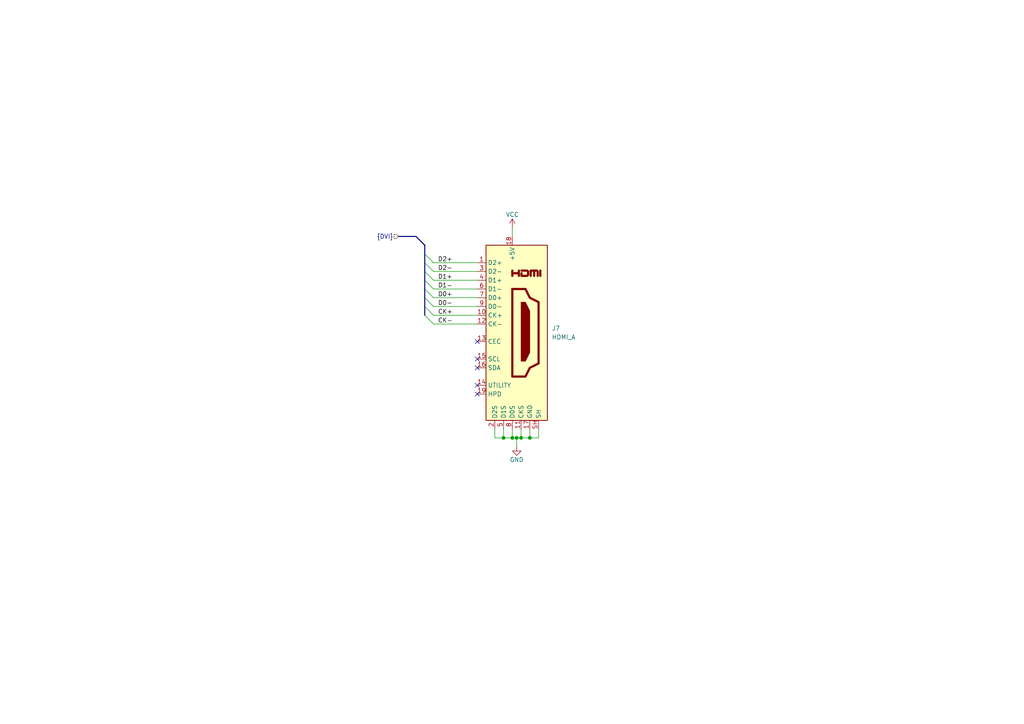
<source format=kicad_sch>
(kicad_sch (version 20230121) (generator eeschema)
  (paper "A4")
  (lib_symbols
    (symbol "Turaco:HDMI_A"
      (property "Reference" "J" (at -6.35 26.67 0))
      (property "Value" "HDMI_A" (at 10.16 26.67 0))
      (symbol "HDMI_A_0_0"
        (polyline (pts (xy 8.128 16.51) (xy 8.128 18.034)) (stroke (width 0.635)))
        (polyline (pts (xy 0 16.51) (xy 0 18.034) (xy 0 17.272) (xy 1.905 17.272) (xy 1.905 18.034) (xy 1.905 16.51)) (stroke (width 0.635)))
        (polyline (pts (xy 2.667 18.034) (xy 4.318 18.034) (xy 4.572 17.78) (xy 4.572 16.764) (xy 4.318 16.51) (xy 2.667 16.51) (xy 2.667 17.272)) (stroke (width 0.635)))
      )
      (symbol "HDMI_A_0_1"
        (rectangle (start -7.62 25.4) (end 10.16 -25.4) (stroke (width 0.254)) (fill (type background)))
        (polyline (pts (xy 2.54 8.89) (xy 3.81 8.89) (xy 5.08 6.35) (xy 5.08 -5.715) (xy 3.81 -8.255) (xy 2.54 -8.255) (xy 2.54 8.89)) (fill (type outline)))
        (polyline (pts (xy 5.334 16.51) (xy 5.334 18.034) (xy 6.35 18.034) (xy 6.35 16.51) (xy 6.35 18.034) (xy 7.112 18.034) (xy 7.366 17.78) (xy 7.366 16.51)) (stroke (width 0.635)))
        (polyline (pts (xy 0 12.7) (xy 0 -12.7) (xy 3.81 -12.7) (xy 5.08 -10.16) (xy 7.62 -8.89) (xy 7.62 8.89) (xy 5.08 10.16) (xy 3.81 12.7) (xy 0 12.7)) (stroke (width 0.635)))
      )
      (symbol "HDMI_A_1_1"
        (pin passive line (at -10.16 20.32 0) (length 2.54) (name "D2+") (number "1"))
        (pin passive line (at -10.16 5.08 0) (length 2.54) (name "CK+") (number "10"))
        (pin power_in line (at 2.54 -27.94 90) (length 2.54) (name "CKS") (number "11"))
        (pin passive line (at -10.16 2.54 0) (length 2.54) (name "CK-") (number "12"))
        (pin bidirectional line (at -10.16 -2.54 0) (length 2.54) (name "CEC") (number "13"))
        (pin passive line (at -10.16 -15.24 0) (length 2.54) (name "UTILITY") (number "14"))
        (pin passive line (at -10.16 -7.62 0) (length 2.54) (name "SCL") (number "15"))
        (pin bidirectional line (at -10.16 -10.16 0) (length 2.54) (name "SDA") (number "16"))
        (pin power_in line (at 5.08 -27.94 90) (length 2.54) (name "GND") (number "17"))
        (pin power_in line (at 0 27.94 270) (length 2.54) (name "+5V") (number "18"))
        (pin passive line (at -10.16 -17.78 0) (length 2.54) (name "HPD") (number "19"))
        (pin power_in line (at -5.08 -27.94 90) (length 2.54) (name "D2S") (number "2"))
        (pin passive line (at -10.16 17.78 0) (length 2.54) (name "D2-") (number "3"))
        (pin passive line (at -10.16 15.24 0) (length 2.54) (name "D1+") (number "4"))
        (pin power_in line (at -2.54 -27.94 90) (length 2.54) (name "D1S") (number "5"))
        (pin passive line (at -10.16 12.7 0) (length 2.54) (name "D1-") (number "6"))
        (pin passive line (at -10.16 10.16 0) (length 2.54) (name "D0+") (number "7"))
        (pin power_in line (at 0 -27.94 90) (length 2.54) (name "D0S") (number "8"))
        (pin passive line (at -10.16 7.62 0) (length 2.54) (name "D0-") (number "9"))
        (pin passive line (at 7.62 -27.94 90) (length 2.54) (name "SH") (number "SH"))
      )
    )
    (symbol "power:GND" (power) (pin_names (offset 0))
      (property "Value" "GND" (at 0 -3.81 0))
      (symbol "GND_0_1"
        (polyline (pts (xy 0 0) (xy 0 -1.27) (xy 1.27 -1.27) (xy 0 -2.54) (xy -1.27 -1.27) (xy 0 -1.27)))
      )
      (symbol "GND_1_1"
        (pin power_in line (at 0 0 270) (length 0) hide (name "GND") (number "1"))
      )
    )
    (symbol "power:VCC" (power) (pin_names (offset 0))
      (property "Value" "VCC" (at 0 3.81 0))
      (symbol "VCC_0_1"
        (polyline (pts (xy -0.762 1.27) (xy 0 2.54)))
        (polyline (pts (xy 0 0) (xy 0 2.54)))
        (polyline (pts (xy 0 2.54) (xy 0.762 1.27)))
      )
      (symbol "VCC_1_1"
        (pin power_in line (at 0 0 90) (length 0) hide (name "VCC") (number "1"))
      )
    )
  )
  (bus_alias "DVI" (members "D0+" "D0-" "D1+" "D1-" "D2+" "D2-" "CK+" "CK-"))
  (junction (at 146.05 127))
  (junction (at 151.13 127))
  (junction (at 149.86 127))
  (junction (at 153.67 127))
  (junction (at 148.59 127))
  (no_connect (at 138.43 111.76))
  (no_connect (at 138.43 114.3))
  (no_connect (at 138.43 106.68))
  (no_connect (at 138.43 104.14))
  (no_connect (at 138.43 99.06))
  (bus_entry (at 123.19 86.36) (size 2.54 2.54))
  (bus_entry (at 123.19 78.74) (size 2.54 2.54))
  (bus_entry (at 123.19 73.66) (size 2.54 2.54))
  (bus_entry (at 123.19 83.82) (size 2.54 2.54))
  (bus_entry (at 123.19 91.44) (size 2.54 2.54))
  (bus_entry (at 123.19 88.9) (size 2.54 2.54))
  (bus_entry (at 123.19 76.2) (size 2.54 2.54))
  (bus_entry (at 123.19 81.28) (size 2.54 2.54))
  (bus (pts (xy 123.19 83.82) (xy 123.19 86.36)))
  (wire (pts (xy 148.59 66.04) (xy 148.59 68.58)))
  (bus (pts (xy 123.19 81.28) (xy 123.19 83.82)))
  (bus (pts (xy 123.19 86.36) (xy 123.19 88.9)))
  (bus (pts (xy 123.19 71.12) (xy 123.19 73.66)))
  (wire (pts (xy 125.73 76.2) (xy 138.43 76.2)))
  (wire (pts (xy 143.51 127) (xy 146.05 127)))
  (wire (pts (xy 125.73 88.9) (xy 138.43 88.9)))
  (wire (pts (xy 146.05 124.46) (xy 146.05 127)))
  (wire (pts (xy 125.73 86.36) (xy 138.43 86.36)))
  (wire (pts (xy 125.73 81.28) (xy 138.43 81.28)))
  (wire (pts (xy 143.51 124.46) (xy 143.51 127)))
  (bus (pts (xy 123.19 76.2) (xy 123.19 78.74)))
  (bus (pts (xy 115.57 68.58) (xy 120.65 68.58)))
  (wire (pts (xy 148.59 124.46) (xy 148.59 127)))
  (wire (pts (xy 125.73 78.74) (xy 138.43 78.74)))
  (wire (pts (xy 125.73 91.44) (xy 138.43 91.44)))
  (wire (pts (xy 125.73 83.82) (xy 138.43 83.82)))
  (wire (pts (xy 146.05 127) (xy 148.59 127)))
  (wire (pts (xy 156.21 124.46) (xy 156.21 127)))
  (wire (pts (xy 153.67 127) (xy 156.21 127)))
  (wire (pts (xy 153.67 127) (xy 153.67 124.46)))
  (bus (pts (xy 123.19 78.74) (xy 123.19 81.28)))
  (wire (pts (xy 148.59 127) (xy 149.86 127)))
  (wire (pts (xy 151.13 127) (xy 153.67 127)))
  (wire (pts (xy 149.86 129.54) (xy 149.86 127)))
  (bus (pts (xy 120.65 68.58) (xy 123.19 71.12)))
  (wire (pts (xy 149.86 127) (xy 151.13 127)))
  (bus (pts (xy 123.19 88.9) (xy 123.19 91.44)))
  (bus (pts (xy 123.19 73.66) (xy 123.19 76.2)))
  (wire (pts (xy 125.73 93.98) (xy 138.43 93.98)))
  (wire (pts (xy 151.13 124.46) (xy 151.13 127)))
  (label "D0-" (at 127 88.9 0))
  (label "D2-" (at 127 78.74 0))
  (label "D1+" (at 127 81.28 0))
  (label "D0+" (at 127 86.36 0))
  (label "D2+" (at 127 76.2 0))
  (label "D1-" (at 127 83.82 0))
  (label "CK+" (at 127 91.44 0))
  (label "CK-" (at 127 93.98 0))
  (hierarchical_label "{DVI}" (shape input) (at 115.57 68.58 180))
  (symbol (lib_id "Turaco:HDMI_A") (at 148.59 96.52 0) (unit 1)
    (property "Reference" "J7" (at 160.02 95.2499 0) (effects (justify left)))
    (property "Value" "HDMI_A" (at 160.02 97.7899 0) (effects (justify left)))
    (property "Datasheet" "https://en.wikipedia.org/wiki/HDMI" (effects hide))
  )
  (symbol (lib_id "power:GND") (at 149.86 129.54 0) (unit 1)
    (property "Reference" "#PWR0126" (effects hide))
    (property "Value" "GND" (at 149.86 133.35 0))
  )
  (symbol (lib_id "power:VCC") (at 148.59 66.04 0) (unit 1)
    (property "Reference" "#PWR0125" (effects hide))
    (property "Value" "VCC" (at 148.59 62.23 0))
  )
)
</source>
